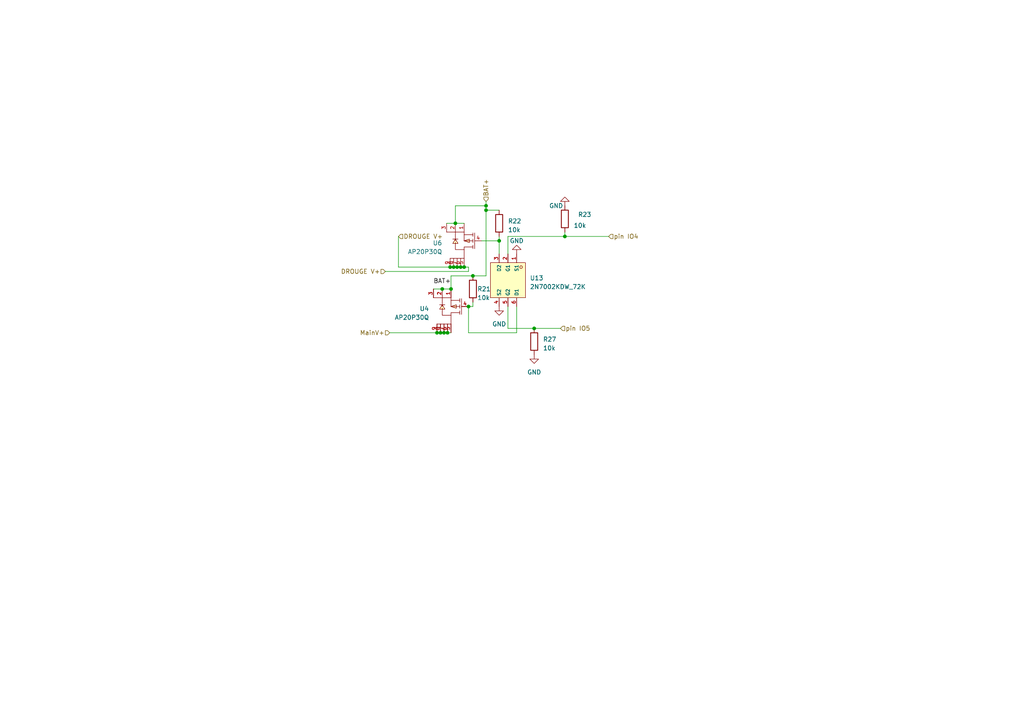
<source format=kicad_sch>
(kicad_sch (version 20231120) (generator "eeschema") (generator_version "8.0")
  (paper "A4")
  (lib_symbols
    (symbol "Device:R" (pin_numbers hide) (pin_names (offset 0))
      (property "Reference" "R" (at 2.032 0 90))
      (property "Value" "R" (at 0 0 90))
      (symbol "R_0_1"
        (rectangle (start -1.016 -2.54) (end 1.016 2.54) (stroke (width 0.254)))
      )
      (symbol "R_1_1"
        (pin passive line (at 0 3.81 270) (length 1.27) (name "~") (number "1"))
        (pin passive line (at 0 -3.81 90) (length 1.27) (name "~") (number "2"))
      )
    )
    (symbol "polaris-sym:2N7002KDW_72K"
      (property "Reference" "U" (at 0 1.27 0))
      (property "Value" "2N7002KDW_72K" (at 0 -2.54 0))
      (symbol "2N7002KDW_72K_0_1"
        (rectangle (start -5.08 5.08) (end 5.08 -5.08) (fill (type background)))
        (circle (center -3.81 3.81) (radius 0.381) (fill (type background)))
        (pin unspecified line (at -7.62 2.54 0) (length 2.54) (name "S1") (number "1"))
        (pin unspecified line (at -7.62 0 0) (length 2.54) (name "G1") (number "2"))
        (pin unspecified line (at -7.62 -2.54 0) (length 2.54) (name "D2") (number "3"))
        (pin unspecified line (at 7.62 -2.54 180) (length 2.54) (name "S2") (number "4"))
        (pin unspecified line (at 7.62 0 180) (length 2.54) (name "G2") (number "5"))
        (pin unspecified line (at 7.62 2.54 180) (length 2.54) (name "D1") (number "6"))
      )
    )
    (symbol "polaris-sym:AP20P30Q" (pin_names hide)
      (property "Reference" "U" (at 0 1.27 0))
      (property "Value" "AP20P30Q" (at 0 -2.54 0))
      (symbol "AP20P30Q_0_1"
        (polyline (pts (xy -3.048 2.286) (xy -3.048 -2.286)))
        (polyline (pts (xy -2.54 -2.286) (xy -2.54 -1.27)))
        (polyline (pts (xy -2.54 -0.508) (xy -2.54 0.508)))
        (polyline (pts (xy -2.54 2.286) (xy -2.54 1.27)))
        (polyline (pts (xy 0 -1.778) (xy -2.54 -1.778)))
        (polyline (pts (xy 4.064 5.08) (xy 0 5.08) (xy 0 2.54)))
        (polyline (pts (xy 0 0) (xy -1.524 0.508) (xy -1.524 -0.508) (xy 0 0)) (fill (type background)))
        (polyline (pts (xy 1.778 -0.508) (xy 2.032 -0.508) (xy 3.048 -0.508) (xy 3.302 -0.508)))
        (polyline (pts (xy 2.54 -0.508) (xy 3.302 0.762) (xy 1.778 0.762) (xy 2.54 -0.508)) (fill (type background)))
        (polyline (pts (xy -2.54 0) (xy 0 0) (xy 0 -2.54) (xy 5.08 -2.54) (xy 2.54 -2.54) (xy 2.54 0)))
        (polyline (pts (xy -2.54 1.778) (xy 0 1.778) (xy 0 2.54) (xy 2.54 2.54) (xy 2.54 2.54) (xy 2.54 0.508)))
        (pin unspecified line (at 0 -5.08 90) (length 2.54) (name "S") (number "1"))
        (pin unspecified line (at 2.54 -5.08 90) (length 2.54) (name "S") (number "2"))
        (pin unspecified line (at 5.08 -5.08 90) (length 2.54) (name "S") (number "3"))
        (pin unspecified line (at -5.08 0 0) (length 2.032) (name "G") (number "4"))
        (pin unspecified line (at 0 7.62 270) (length 2.54) (name "D") (number "5"))
        (pin unspecified line (at 1.016 7.62 270) (length 2.54) (name "D") (number "6"))
        (pin unspecified line (at 2.032 7.62 270) (length 2.54) (name "D") (number "7"))
        (pin unspecified line (at 3.048 7.62 270) (length 2.54) (name "D") (number "8"))
        (pin unspecified line (at 4.064 7.62 270) (length 2.54) (name "D") (number "9"))
      )
    )
    (symbol "power:GND" (power) (pin_names (offset 0))
      (property "Value" "GND" (at 0 -3.81 0))
      (symbol "GND_0_1"
        (polyline (pts (xy 0 0) (xy 0 -1.27) (xy 1.27 -1.27) (xy 0 -2.54) (xy -1.27 -1.27) (xy 0 -1.27)))
      )
      (symbol "GND_1_1"
        (pin power_in line (at 0 0 270) (length 0) hide (name "GND") (number "1"))
      )
    )
  )
  (junction (at 154.94 95.25))
  (junction (at 127.762 96.52))
  (junction (at 128.27 83.82))
  (junction (at 130.81 83.82))
  (junction (at 133.604 77.47))
  (junction (at 132.08 64.77))
  (junction (at 130.556 77.47))
  (junction (at 132.588 77.47))
  (junction (at 126.746 96.52))
  (junction (at 140.97 60.96))
  (junction (at 129.794 96.52))
  (junction (at 135.89 88.9))
  (junction (at 137.16 80.01))
  (junction (at 144.78 69.85))
  (junction (at 131.572 77.47))
  (junction (at 134.62 77.47))
  (junction (at 128.778 96.52))
  (junction (at 140.97 59.69))
  (junction (at 163.83 68.58))
  (wire (pts (xy 130.556 77.47) (xy 131.572 77.47)))
  (wire (pts (xy 132.08 64.77) (xy 132.08 59.69)))
  (wire (pts (xy 132.588 77.47) (xy 133.604 77.47)))
  (wire (pts (xy 137.16 80.01) (xy 130.81 80.01)))
  (wire (pts (xy 147.32 88.9) (xy 147.32 95.25)))
  (wire (pts (xy 137.16 80.01) (xy 140.97 80.01)))
  (wire (pts (xy 126.746 96.52) (xy 127.762 96.52)))
  (wire (pts (xy 135.89 78.74) (xy 135.89 77.47)))
  (wire (pts (xy 147.32 95.25) (xy 154.94 95.25)))
  (wire (pts (xy 131.572 77.47) (xy 132.588 77.47)))
  (wire (pts (xy 133.604 77.47) (xy 134.62 77.47)))
  (wire (pts (xy 135.89 78.74) (xy 111.76 78.74)))
  (wire (pts (xy 135.89 88.9) (xy 135.89 96.52)))
  (wire (pts (xy 135.89 77.47) (xy 134.62 77.47)))
  (wire (pts (xy 113.03 96.52) (xy 126.746 96.52)))
  (wire (pts (xy 127.762 96.52) (xy 128.778 96.52)))
  (wire (pts (xy 137.16 87.63) (xy 137.16 88.9)))
  (wire (pts (xy 140.97 58.42) (xy 140.97 59.69)))
  (wire (pts (xy 140.97 60.96) (xy 144.78 60.96)))
  (wire (pts (xy 163.83 68.58) (xy 176.53 68.58)))
  (wire (pts (xy 129.794 96.52) (xy 130.81 96.52)))
  (wire (pts (xy 115.57 77.47) (xy 130.556 77.47)))
  (wire (pts (xy 132.08 64.77) (xy 134.62 64.77)))
  (wire (pts (xy 125.73 83.82) (xy 128.27 83.82)))
  (wire (pts (xy 128.27 83.82) (xy 130.81 83.82)))
  (wire (pts (xy 140.97 60.96) (xy 140.97 80.01)))
  (wire (pts (xy 130.81 80.01) (xy 130.81 83.82)))
  (wire (pts (xy 140.97 59.69) (xy 140.97 60.96)))
  (wire (pts (xy 163.83 68.58) (xy 163.83 67.31)))
  (wire (pts (xy 132.08 59.69) (xy 140.97 59.69)))
  (wire (pts (xy 147.32 73.66) (xy 147.32 68.58)))
  (wire (pts (xy 149.86 96.52) (xy 149.86 88.9)))
  (wire (pts (xy 154.94 95.25) (xy 162.56 95.25)))
  (wire (pts (xy 137.16 88.9) (xy 135.89 88.9)))
  (wire (pts (xy 144.78 69.85) (xy 144.78 73.66)))
  (wire (pts (xy 115.57 68.58) (xy 115.57 77.47)))
  (wire (pts (xy 128.778 96.52) (xy 129.794 96.52)))
  (wire (pts (xy 147.32 68.58) (xy 163.83 68.58)))
  (wire (pts (xy 129.54 64.77) (xy 132.08 64.77)))
  (wire (pts (xy 139.7 69.85) (xy 144.78 69.85)))
  (wire (pts (xy 135.89 96.52) (xy 149.86 96.52)))
  (wire (pts (xy 144.78 68.58) (xy 144.78 69.85)))
  (label "BAT+" (at 130.81 82.55 180))
  (hierarchical_label "pin IO4" (shape input) (at 176.53 68.58 0))
  (hierarchical_label "MainV+" (shape input) (at 113.03 96.52 180))
  (hierarchical_label "BAT+" (shape input) (at 140.97 58.42 90))
  (hierarchical_label "pin IO5" (shape input) (at 162.56 95.25 0))
  (hierarchical_label "DROUGE V+" (shape input) (at 111.76 78.74 180))
  (hierarchical_label "DROUGE V+" (shape input) (at 115.57 68.58 0))
  (symbol (lib_id "power:GND") (at 144.78 88.9 0) (unit 1)
    (property "Reference" "#PWR050" (effects (hide yes)))
    (property "Value" "GND" (at 144.78 93.98 0))
  )
  (symbol (lib_id "polaris-sym:AP20P30Q") (at 134.62 69.85 180) (unit 1)
    (property "Reference" "U6" (at 128.27 70.485 0) (effects (justify left)))
    (property "Value" "AP20P30Q" (at 128.27 73.025 0) (effects (justify left)))
    (property "Footprint" "polaris-fp:DFN-8_L3.3-W3.0-P0.65-LS3.3-BL-EP" (effects (hide yes)))
    (property "Datasheet" "https://atta.szlcsc.com/upload/public/pdf/source/20210607/C2837278_E4D6B7B9BE31C229A067DCA019E93307.pdf" (effects (hide yes)))
    (property "LCSC" "C2837278" (effects (hide yes)))
  )
  (symbol (lib_id "Device:R") (at 163.83 63.5 0) (unit 1)
    (property "Reference" "R23" (at 167.64 62.23 0) (effects (justify left)))
    (property "Value" "10k" (at 166.37 65.405 0) (effects (justify left)))
    (property "Footprint" "Resistor_SMD:R_0603_1608Metric" (effects (hide yes)))
  )
  (symbol (lib_id "power:GND") (at 154.94 102.87 0) (unit 1)
    (property "Reference" "#PWR053" (effects (hide yes)))
    (property "Value" "GND" (at 154.94 107.95 0))
  )
  (symbol (lib_id "Device:R") (at 137.16 83.82 0) (unit 1)
    (property "Reference" "R21" (at 138.43 83.82 0) (effects (justify left)))
    (property "Value" "10k" (at 138.43 86.36 0) (effects (justify left)))
    (property "Footprint" "Resistor_SMD:R_0603_1608Metric" (effects (hide yes)))
  )
  (symbol (lib_id "power:GND") (at 163.83 59.69 180) (unit 1)
    (property "Reference" "#PWR052" (effects (hide yes)))
    (property "Value" "GND" (at 161.29 59.69 0))
  )
  (symbol (lib_id "power:GND") (at 149.86 73.66 180) (unit 1)
    (property "Reference" "#PWR051" (effects (hide yes)))
    (property "Value" "GND" (at 149.86 69.85 0))
  )
  (symbol (lib_id "polaris-sym:AP20P30Q") (at 130.81 88.9 180) (unit 1)
    (property "Reference" "U4" (at 124.46 89.535 0) (effects (justify left)))
    (property "Value" "AP20P30Q" (at 124.46 92.075 0) (effects (justify left)))
    (property "Footprint" "polaris-fp:DFN-8_L3.3-W3.0-P0.65-LS3.3-BL-EP" (effects (hide yes)))
    (property "Datasheet" "https://atta.szlcsc.com/upload/public/pdf/source/20210607/C2837278_E4D6B7B9BE31C229A067DCA019E93307.pdf" (effects (hide yes)))
    (property "LCSC" "C2837278" (effects (hide yes)))
  )
  (symbol (lib_id "Device:R") (at 144.78 64.77 0) (unit 1)
    (property "Reference" "R22" (at 147.32 64.135 0) (effects (justify left)))
    (property "Value" "10k" (at 147.32 66.675 0) (effects (justify left)))
    (property "Footprint" "Resistor_SMD:R_0603_1608Metric" (effects (hide yes)))
  )
  (symbol (lib_id "polaris-sym:2N7002KDW_72K") (at 147.32 81.28 270) (unit 1)
    (property "Reference" "U13" (at 153.67 80.645 90) (effects (justify left)))
    (property "Value" "2N7002KDW_72K" (at 153.67 83.185 90) (effects (justify left)))
    (property "Footprint" "polaris-fp:SOT-363_L2.1-W1.3-P0.65-LS2.3-BL" (effects (hide yes)))
    (property "Datasheet" "https://atta.szlcsc.com/upload/public/pdf/source/20201222/C968097_8CE85012EDEDFE3141661B63FCE24852.pdf" (effects (hide yes)))
    (property "LCSC" "C2919800" (effects (hide yes)))
  )
  (symbol (lib_id "Device:R") (at 154.94 99.06 0) (unit 1)
    (property "Reference" "R27" (at 157.48 98.425 0) (effects (justify left)))
    (property "Value" "10k" (at 157.48 100.965 0) (effects (justify left)))
    (property "Footprint" "Resistor_SMD:R_0603_1608Metric" (effects (hide yes)))
  )
)
</source>
